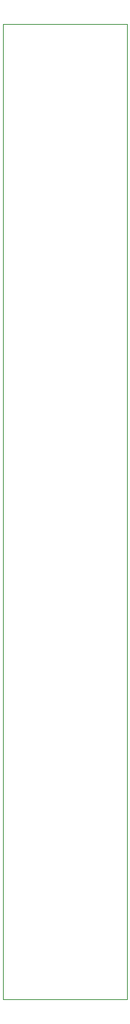
<source format=gm1>
G04 #@! TF.GenerationSoftware,KiCad,Pcbnew,(2018-02-10 revision a04965c)-master*
G04 #@! TF.CreationDate,2018-04-19T15:59:02-05:00*
G04 #@! TF.ProjectId,twotone,74776F746F6E652E6B696361645F7063,rev?*
G04 #@! TF.SameCoordinates,Original*
G04 #@! TF.FileFunction,Profile,NP*
%FSLAX46Y46*%
G04 Gerber Fmt 4.6, Leading zero omitted, Abs format (unit mm)*
G04 Created by KiCad (PCBNEW (2018-02-10 revision a04965c)-master) date Thursday, April 19, 2018 at 03:59:02 PM*
%MOMM*%
%LPD*%
G01*
G04 APERTURE LIST*
%ADD10C,0.025000*%
G04 APERTURE END LIST*
D10*
X14000000Y0D02*
X14000000Y-110000000D01*
X0Y0D02*
X14000000Y0D01*
X0Y-110000000D02*
X14000000Y-110000000D01*
X0Y0D02*
X0Y-110000000D01*
M02*

</source>
